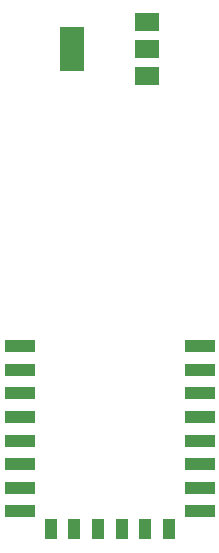
<source format=gbr>
%TF.GenerationSoftware,KiCad,Pcbnew,(6.0.5)*%
%TF.CreationDate,2022-11-18T19:29:44+05:30*%
%TF.ProjectId,Ball Lamp,42616c6c-204c-4616-9d70-2e6b69636164,rev?*%
%TF.SameCoordinates,Original*%
%TF.FileFunction,Paste,Bot*%
%TF.FilePolarity,Positive*%
%FSLAX46Y46*%
G04 Gerber Fmt 4.6, Leading zero omitted, Abs format (unit mm)*
G04 Created by KiCad (PCBNEW (6.0.5)) date 2022-11-18 19:29:44*
%MOMM*%
%LPD*%
G01*
G04 APERTURE LIST*
%ADD10R,2.500000X1.000000*%
%ADD11R,1.000000X1.800000*%
%ADD12R,2.000000X1.500000*%
%ADD13R,2.000000X3.800000*%
G04 APERTURE END LIST*
D10*
%TO.C,U1*%
X7400000Y-5360000D03*
X7400000Y-7360000D03*
X7400000Y-9360000D03*
X7400000Y-11360000D03*
X7400000Y-13360000D03*
X7400000Y-15360000D03*
X7400000Y-17360000D03*
X7400000Y-19360000D03*
D11*
X4800000Y-20860000D03*
X2800000Y-20860000D03*
X800000Y-20860000D03*
X-1200000Y-20860000D03*
X-3200000Y-20860000D03*
X-5200000Y-20860000D03*
D10*
X-7800000Y-19360000D03*
X-7800000Y-17360000D03*
X-7800000Y-15360000D03*
X-7800000Y-13360000D03*
X-7800000Y-11360000D03*
X-7800000Y-9360000D03*
X-7800000Y-7360000D03*
X-7800000Y-5360000D03*
%TD*%
D12*
%TO.C,U2*%
X2940000Y22090000D03*
X2940000Y19790000D03*
D13*
X-3360000Y19790000D03*
D12*
X2940000Y17490000D03*
%TD*%
M02*

</source>
